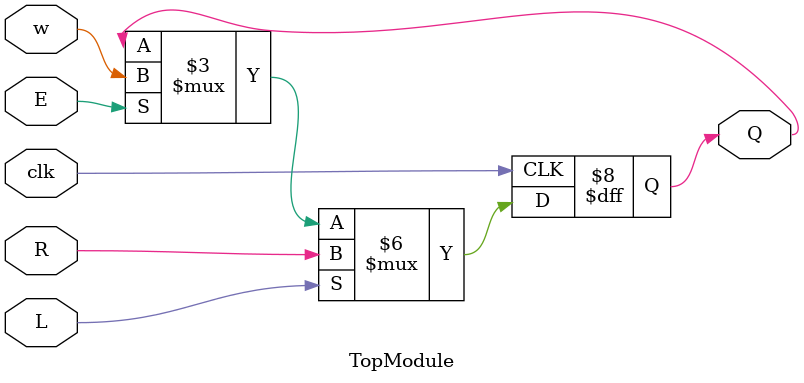
<source format=sv>
module TopModule (
    input logic clk,
    input logic w,
    input logic R,
    input logic E,
    input logic L,
    output logic Q
);

    always @(posedge clk) begin
        if (L) begin
            Q <= R;
        end else if (E) begin
            Q <= w;
        end
        // Q retains its value if neither L nor E are asserted
    end

    initial begin
        Q = 1'b0; // Initialize Q to 0
    end

endmodule

// VERILOG-EVAL: response did not use [BEGIN]/[DONE] correctly
</source>
